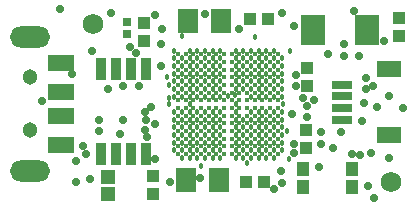
<source format=gbr>
%TF.GenerationSoftware,Altium Limited,Altium Designer,20.2.5 (213)*%
G04 Layer_Color=8388736*
%FSLAX26Y26*%
%MOIN*%
%TF.SameCoordinates,0FE6C2C3-B7F4-45EC-A48D-0F423D7CACB9*%
%TF.FilePolarity,Negative*%
%TF.FileFunction,Soldermask,Top*%
%TF.Part,Single*%
G01*
G75*
%TA.AperFunction,SMDPad,CuDef*%
%ADD41R,0.039500X0.039500*%
%ADD42R,0.039500X0.039500*%
%TA.AperFunction,ViaPad*%
%ADD45C,0.068000*%
%TA.AperFunction,ComponentPad*%
%ADD46C,0.051307*%
%ADD47O,0.133984X0.070992*%
%TA.AperFunction,ViaPad*%
%ADD48C,0.018000*%
%ADD49C,0.028000*%
%TA.AperFunction,SMDPad,CuDef*%
%ADD52R,0.046189X0.047370*%
%ADD53R,0.027685X0.031622*%
%ADD54R,0.067055X0.031622*%
%ADD55R,0.078866X0.055244*%
%ADD56R,0.043433X0.047370*%
%ADD57R,0.082803X0.102488*%
%ADD58R,0.035559X0.072961*%
%ADD59R,0.070990X0.078980*%
%TA.AperFunction,BGAPad,CuDef*%
%ADD60C,0.017449*%
%TA.AperFunction,ConnectorPad*%
%ADD61R,0.086740X0.055244*%
D41*
X1940000Y1619000D02*
D03*
Y1559000D02*
D03*
X1910000Y2130000D02*
D03*
Y2070000D02*
D03*
X2449000Y1714000D02*
D03*
Y1774000D02*
D03*
X2760000Y2145000D02*
D03*
Y2085000D02*
D03*
X2452000Y1919000D02*
D03*
Y1979000D02*
D03*
D42*
X2323000Y2143000D02*
D03*
X2263000D02*
D03*
X2310000Y1600000D02*
D03*
X2250000D02*
D03*
D45*
X2733000D02*
D03*
X1741000Y2127000D02*
D03*
D46*
X1530000Y1948582D02*
D03*
Y1771418D02*
D03*
D47*
Y2084410D02*
D03*
Y1635590D02*
D03*
D48*
X2061759Y1884237D02*
D03*
Y1859066D02*
D03*
X2213590Y1888317D02*
D03*
X2215305Y1859066D02*
D03*
X2164121Y1884237D02*
D03*
X2189074Y1886381D02*
D03*
X2292077Y1756283D02*
D03*
X2240895D02*
D03*
X2266485D02*
D03*
X2215305D02*
D03*
X2317667D02*
D03*
X2164121Y1833055D02*
D03*
X2215305Y1909829D02*
D03*
X2317667Y1781875D02*
D03*
X2343257D02*
D03*
X2368847D02*
D03*
X2343257Y1756283D02*
D03*
X2164448Y1935745D02*
D03*
X2163039Y1908747D02*
D03*
X2215305Y1935419D02*
D03*
X2138531Y1884237D02*
D03*
Y1935419D02*
D03*
Y1909829D02*
D03*
X2164121Y1730693D02*
D03*
Y1705103D02*
D03*
X2061759Y1833055D02*
D03*
X2087351D02*
D03*
X2368847Y1884237D02*
D03*
X2373911Y1859066D02*
D03*
X2385775Y1769079D02*
D03*
X2266531Y1679557D02*
D03*
X2254332Y1663349D02*
D03*
X1994726Y1858549D02*
D03*
Y1878636D02*
D03*
X2112941Y1961009D02*
D03*
X2010579Y1833055D02*
D03*
X2100147Y1654071D02*
D03*
X2215305Y1807465D02*
D03*
X2010579Y1730693D02*
D03*
X2393657Y1676895D02*
D03*
X2036169Y2085957D02*
D03*
X1994726Y1921532D02*
D03*
X1985391Y1948838D02*
D03*
X2010579Y1935419D02*
D03*
X2240895Y1909829D02*
D03*
X2112941Y1807465D02*
D03*
X2279281Y2084410D02*
D03*
X2292077Y2037781D02*
D03*
X2395885D02*
D03*
X2215305Y1833055D02*
D03*
X2164121Y1807465D02*
D03*
X2138531Y1833055D02*
D03*
Y1807465D02*
D03*
X2240895D02*
D03*
X2164121Y1781875D02*
D03*
X2215305D02*
D03*
X2112941Y1833055D02*
D03*
X2266485D02*
D03*
X2112941Y1884237D02*
D03*
X2266485D02*
D03*
X2138531Y1781875D02*
D03*
X2240895D02*
D03*
X2266485Y1807465D02*
D03*
X2112941Y1909829D02*
D03*
X2266485D02*
D03*
X2240895Y1935419D02*
D03*
X2112941Y1781875D02*
D03*
X2266485D02*
D03*
X2087351Y1884237D02*
D03*
X2164121Y1756283D02*
D03*
X2112941Y1935419D02*
D03*
X2266485D02*
D03*
X2164121Y1961009D02*
D03*
X2215305D02*
D03*
X2292077Y1833055D02*
D03*
Y1884237D02*
D03*
X2087351Y1807465D02*
D03*
Y1909829D02*
D03*
X2138531Y1756283D02*
D03*
Y1961009D02*
D03*
X2240895D02*
D03*
X2292077Y1807465D02*
D03*
Y1909829D02*
D03*
X2087351Y1781875D02*
D03*
Y1935419D02*
D03*
X2112941Y1756283D02*
D03*
X2266485Y1961009D02*
D03*
X2292077Y1781875D02*
D03*
Y1935419D02*
D03*
X2215305Y1730693D02*
D03*
X2317667Y1833055D02*
D03*
Y1884237D02*
D03*
X2164121Y1986601D02*
D03*
X2215305D02*
D03*
X2138531Y1730693D02*
D03*
X2240895D02*
D03*
X2061759Y1807465D02*
D03*
X2317667D02*
D03*
X2061759Y1909829D02*
D03*
X2317667D02*
D03*
X2138531Y1986601D02*
D03*
X2240895D02*
D03*
X2087351Y1756283D02*
D03*
Y1961009D02*
D03*
X2292077D02*
D03*
X2112941Y1730693D02*
D03*
X2266485D02*
D03*
X2061759Y1781875D02*
D03*
Y1935419D02*
D03*
X2317667D02*
D03*
X2112941Y1986601D02*
D03*
X2266485D02*
D03*
X2215305Y1705103D02*
D03*
X2036169Y1833055D02*
D03*
X2343257D02*
D03*
X2036169Y1884237D02*
D03*
X2343257D02*
D03*
X2164121Y2012191D02*
D03*
X2215305D02*
D03*
X2138531Y1705103D02*
D03*
X2240895D02*
D03*
X2087351Y1730693D02*
D03*
X2036169Y1807465D02*
D03*
X2343257D02*
D03*
X2292077Y1730693D02*
D03*
X2036169Y1909829D02*
D03*
X2343257D02*
D03*
X2061759Y1756283D02*
D03*
Y1961009D02*
D03*
X2317667D02*
D03*
X2087351Y1986601D02*
D03*
X2138531Y2012191D02*
D03*
X2240895D02*
D03*
X2292077Y1986601D02*
D03*
X2112941Y1705103D02*
D03*
X2266485D02*
D03*
X2036169Y1781875D02*
D03*
Y1935419D02*
D03*
X2343257D02*
D03*
X2112941Y2012191D02*
D03*
X2266485D02*
D03*
X2061759Y1730693D02*
D03*
X2317667D02*
D03*
X2061759Y1986601D02*
D03*
X2317667D02*
D03*
X2087351Y1705103D02*
D03*
X2368847Y1833055D02*
D03*
X2010579Y1884237D02*
D03*
X2292077Y1705103D02*
D03*
X2036169Y1756283D02*
D03*
Y1961009D02*
D03*
X2343257D02*
D03*
X2087351Y2012191D02*
D03*
X2164121Y1679511D02*
D03*
X2215305D02*
D03*
X2164121Y2037781D02*
D03*
X2215305D02*
D03*
X2292077Y2012191D02*
D03*
X2010579Y1807465D02*
D03*
X2368847D02*
D03*
X2010579Y1909829D02*
D03*
X2368847D02*
D03*
X2138531Y1679511D02*
D03*
X2240895D02*
D03*
X2138531Y2037781D02*
D03*
X2240895D02*
D03*
X2010579Y1781875D02*
D03*
X2368847Y1935419D02*
D03*
X2112941Y1679511D02*
D03*
Y2037781D02*
D03*
X2266485D02*
D03*
X2061759Y1705103D02*
D03*
X2317667D02*
D03*
X2036169Y1730693D02*
D03*
X2343257D02*
D03*
X2036169Y1986601D02*
D03*
X2343257D02*
D03*
X2061759Y2012191D02*
D03*
X2317667D02*
D03*
X2010579Y1756283D02*
D03*
X2368847D02*
D03*
X2010579Y1961009D02*
D03*
X2368847D02*
D03*
X2087351Y1679511D02*
D03*
Y2037781D02*
D03*
X2292077Y1679511D02*
D03*
X2036169Y1705103D02*
D03*
X2343257D02*
D03*
X2036169Y2012191D02*
D03*
X2343257D02*
D03*
X2368847Y1730693D02*
D03*
X2010579Y1986601D02*
D03*
X2368847D02*
D03*
X2061759Y1679511D02*
D03*
X2317667D02*
D03*
X2061759Y2037781D02*
D03*
X2317667D02*
D03*
X2010579Y1705103D02*
D03*
X2368847D02*
D03*
X2010579Y2012191D02*
D03*
X2368847D02*
D03*
X2036169Y1679511D02*
D03*
X2343257D02*
D03*
Y2037781D02*
D03*
X2010579D02*
D03*
D49*
X2686916Y1849163D02*
D03*
X2644514Y1863944D02*
D03*
X2724945Y1884922D02*
D03*
X2227000Y2111000D02*
D03*
X2454293Y1853050D02*
D03*
X2441292Y1878636D02*
D03*
X2404293Y1825790D02*
D03*
X2648486Y1908525D02*
D03*
X2476762Y1874184D02*
D03*
X2454293Y1815050D02*
D03*
X2500248Y1764825D02*
D03*
Y1725188D02*
D03*
X2675284Y1546700D02*
D03*
X2370610Y1596810D02*
D03*
X2343716Y1575214D02*
D03*
X2368014Y1635590D02*
D03*
X2492378Y1649303D02*
D03*
X2409038Y1725188D02*
D03*
Y1695816D02*
D03*
X1995434Y1600000D02*
D03*
X2416980Y1956060D02*
D03*
X2417710Y1918060D02*
D03*
X2724945Y1679511D02*
D03*
X2628383Y1688161D02*
D03*
X2567783Y1764825D02*
D03*
X2096720Y1612064D02*
D03*
X2648486Y1947575D02*
D03*
X2602708Y1692307D02*
D03*
X2575388Y2019284D02*
D03*
X2523447Y2027644D02*
D03*
X1570496Y1869684D02*
D03*
X1760000Y1768601D02*
D03*
X1840875Y1804789D02*
D03*
X1912135Y1774521D02*
D03*
X1915802Y1805058D02*
D03*
X1947253Y1793616D02*
D03*
X1629209Y2176889D02*
D03*
X1948155Y2156034D02*
D03*
X2368847Y2164478D02*
D03*
X1911644Y1831751D02*
D03*
X2608459Y2170195D02*
D03*
X2112941Y2161177D02*
D03*
X1798575Y2161653D02*
D03*
X2666383Y1695816D02*
D03*
X2710581Y2070070D02*
D03*
X2576178Y2058576D02*
D03*
X2409038Y2118883D02*
D03*
X2627459Y2019673D02*
D03*
X1668732Y1958174D02*
D03*
X1728572Y1608425D02*
D03*
X1948155Y1676895D02*
D03*
X1789579Y1908525D02*
D03*
X1840875Y1919479D02*
D03*
X1932693Y1850753D02*
D03*
X2655787Y1586019D02*
D03*
X1716137Y1692307D02*
D03*
X1736700Y2037787D02*
D03*
X1892750Y1919479D02*
D03*
X1760000Y1807465D02*
D03*
X1706814Y1719707D02*
D03*
X1830745Y1758039D02*
D03*
X1682801Y1598189D02*
D03*
X1969501Y2111000D02*
D03*
X1921000Y1750079D02*
D03*
X1864425Y2049060D02*
D03*
X1882106Y2029254D02*
D03*
X1966253Y2059998D02*
D03*
Y1987580D02*
D03*
X2637915Y1804149D02*
D03*
X2772070Y1845851D02*
D03*
X1682801Y1669161D02*
D03*
X2540198Y1712724D02*
D03*
X2673608Y1920000D02*
D03*
D52*
X1790000Y1558064D02*
D03*
Y1615938D02*
D03*
D53*
X1852000Y2132686D02*
D03*
Y2093316D02*
D03*
D54*
X2571456Y1845552D02*
D03*
Y1884922D02*
D03*
Y1806182D02*
D03*
Y1924292D02*
D03*
D55*
X2725000Y1755000D02*
D03*
Y1975472D02*
D03*
D56*
X2602708Y1644496D02*
D03*
Y1581504D02*
D03*
X2441292D02*
D03*
Y1644496D02*
D03*
D57*
X2651582Y2107000D02*
D03*
X2474418D02*
D03*
D58*
X1765000Y1691496D02*
D03*
X1815000D02*
D03*
X1865000D02*
D03*
X1915000D02*
D03*
Y1974960D02*
D03*
X1865000D02*
D03*
X1815000D02*
D03*
X1765000D02*
D03*
D59*
X2049020Y1605000D02*
D03*
X2160980D02*
D03*
X2167980Y2137000D02*
D03*
X2056020D02*
D03*
D60*
X2356051Y2024985D02*
D03*
Y1999395D02*
D03*
Y1973805D02*
D03*
Y1948213D02*
D03*
Y1922623D02*
D03*
Y1897033D02*
D03*
Y1871441D02*
D03*
Y1845851D02*
D03*
Y1820261D02*
D03*
Y1794671D02*
D03*
Y1769079D02*
D03*
Y1743489D02*
D03*
Y1717899D02*
D03*
Y1692307D02*
D03*
X2330461Y2024985D02*
D03*
Y1999395D02*
D03*
Y1973805D02*
D03*
Y1948213D02*
D03*
Y1922623D02*
D03*
Y1897033D02*
D03*
Y1871441D02*
D03*
Y1845851D02*
D03*
Y1820261D02*
D03*
Y1794671D02*
D03*
Y1769079D02*
D03*
Y1743489D02*
D03*
Y1717899D02*
D03*
Y1692307D02*
D03*
X2304871Y2024985D02*
D03*
Y1999395D02*
D03*
Y1973805D02*
D03*
Y1948213D02*
D03*
Y1922623D02*
D03*
Y1897033D02*
D03*
Y1871441D02*
D03*
Y1845851D02*
D03*
Y1820261D02*
D03*
Y1794671D02*
D03*
Y1769079D02*
D03*
Y1743489D02*
D03*
Y1717899D02*
D03*
Y1692307D02*
D03*
X2279281Y2024985D02*
D03*
Y1999395D02*
D03*
Y1973805D02*
D03*
Y1948213D02*
D03*
Y1922623D02*
D03*
Y1897033D02*
D03*
Y1871441D02*
D03*
Y1845851D02*
D03*
Y1820261D02*
D03*
Y1794671D02*
D03*
Y1769079D02*
D03*
Y1743489D02*
D03*
Y1717899D02*
D03*
Y1692307D02*
D03*
X2253689Y2024985D02*
D03*
Y1999395D02*
D03*
Y1973805D02*
D03*
Y1948213D02*
D03*
Y1922623D02*
D03*
Y1897033D02*
D03*
Y1871441D02*
D03*
Y1845851D02*
D03*
Y1820261D02*
D03*
Y1794671D02*
D03*
Y1769079D02*
D03*
Y1743489D02*
D03*
Y1717899D02*
D03*
Y1692307D02*
D03*
X2228099Y2024985D02*
D03*
Y1999395D02*
D03*
Y1973805D02*
D03*
Y1948213D02*
D03*
Y1922623D02*
D03*
Y1897033D02*
D03*
Y1871441D02*
D03*
Y1845851D02*
D03*
Y1820261D02*
D03*
Y1794671D02*
D03*
Y1769079D02*
D03*
Y1743489D02*
D03*
Y1717899D02*
D03*
Y1692307D02*
D03*
X2202509Y2024985D02*
D03*
Y1999395D02*
D03*
Y1973805D02*
D03*
Y1948213D02*
D03*
Y1922623D02*
D03*
Y1897033D02*
D03*
Y1871441D02*
D03*
Y1845851D02*
D03*
Y1820261D02*
D03*
Y1794671D02*
D03*
Y1769079D02*
D03*
Y1743489D02*
D03*
Y1717899D02*
D03*
Y1692307D02*
D03*
X2176917Y2024985D02*
D03*
Y1999395D02*
D03*
Y1973805D02*
D03*
Y1948213D02*
D03*
Y1922623D02*
D03*
Y1897033D02*
D03*
Y1871441D02*
D03*
Y1845851D02*
D03*
Y1820261D02*
D03*
Y1794671D02*
D03*
Y1769079D02*
D03*
Y1743489D02*
D03*
Y1717899D02*
D03*
Y1692307D02*
D03*
X2151327Y2024985D02*
D03*
Y1999395D02*
D03*
Y1973805D02*
D03*
Y1948213D02*
D03*
Y1922623D02*
D03*
Y1897033D02*
D03*
Y1871441D02*
D03*
Y1845851D02*
D03*
Y1820261D02*
D03*
Y1794671D02*
D03*
Y1769079D02*
D03*
Y1743489D02*
D03*
Y1717899D02*
D03*
Y1692307D02*
D03*
X2125737Y2024985D02*
D03*
Y1999395D02*
D03*
Y1973805D02*
D03*
Y1948213D02*
D03*
Y1922623D02*
D03*
Y1897033D02*
D03*
Y1871441D02*
D03*
Y1845851D02*
D03*
Y1820261D02*
D03*
Y1794671D02*
D03*
Y1769079D02*
D03*
Y1743489D02*
D03*
Y1717899D02*
D03*
Y1692307D02*
D03*
X2100147Y2024985D02*
D03*
Y1999395D02*
D03*
Y1973805D02*
D03*
Y1948213D02*
D03*
Y1922623D02*
D03*
Y1897033D02*
D03*
Y1871441D02*
D03*
Y1845851D02*
D03*
Y1820261D02*
D03*
Y1794671D02*
D03*
Y1769079D02*
D03*
Y1743489D02*
D03*
Y1717899D02*
D03*
Y1692307D02*
D03*
X2074555Y2024985D02*
D03*
X2048965D02*
D03*
X2023375D02*
D03*
X2074555Y1999395D02*
D03*
Y1973805D02*
D03*
Y1948213D02*
D03*
Y1922623D02*
D03*
Y1897033D02*
D03*
Y1871441D02*
D03*
Y1845851D02*
D03*
Y1820261D02*
D03*
Y1794671D02*
D03*
Y1769079D02*
D03*
Y1743489D02*
D03*
Y1717899D02*
D03*
Y1692307D02*
D03*
X2048965Y1999395D02*
D03*
Y1973805D02*
D03*
Y1948213D02*
D03*
Y1922623D02*
D03*
Y1897033D02*
D03*
Y1871441D02*
D03*
Y1845851D02*
D03*
Y1820261D02*
D03*
Y1794671D02*
D03*
Y1769079D02*
D03*
Y1743489D02*
D03*
Y1717899D02*
D03*
Y1692307D02*
D03*
X2023375Y1999395D02*
D03*
Y1973805D02*
D03*
Y1948213D02*
D03*
Y1922623D02*
D03*
Y1897033D02*
D03*
Y1871441D02*
D03*
Y1845851D02*
D03*
Y1820261D02*
D03*
Y1794671D02*
D03*
Y1769079D02*
D03*
Y1743489D02*
D03*
Y1717899D02*
D03*
Y1692307D02*
D03*
D61*
X1632362Y1997796D02*
D03*
Y1722204D02*
D03*
Y1899370D02*
D03*
Y1820630D02*
D03*
%TF.MD5,51e828bb6f36c625c8fe956de3fc8f49*%
M02*

</source>
